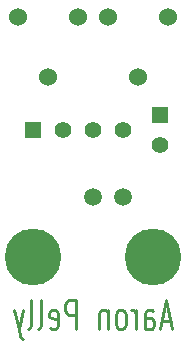
<source format=gbs>
G04 (created by PCBNEW (2013-jul-07)-stable) date Mon 27 Jan 2014 06:07:48 NZDT*
%MOIN*%
G04 Gerber Fmt 3.4, Leading zero omitted, Abs format*
%FSLAX34Y34*%
G01*
G70*
G90*
G04 APERTURE LIST*
%ADD10C,0.00590551*%
%ADD11C,0.00984252*%
%ADD12C,0.188976*%
%ADD13C,0.0590551*%
%ADD14C,0.06*%
%ADD15R,0.055X0.055*%
%ADD16C,0.055*%
G04 APERTURE END LIST*
G54D10*
G54D11*
X27594Y-16617D02*
X27294Y-16617D01*
X27654Y-16898D02*
X27444Y-15914D01*
X27234Y-16898D01*
X26754Y-16898D02*
X26754Y-16382D01*
X26784Y-16289D01*
X26844Y-16242D01*
X26964Y-16242D01*
X27024Y-16289D01*
X26754Y-16851D02*
X26814Y-16898D01*
X26964Y-16898D01*
X27024Y-16851D01*
X27054Y-16757D01*
X27054Y-16664D01*
X27024Y-16570D01*
X26964Y-16523D01*
X26814Y-16523D01*
X26754Y-16476D01*
X26454Y-16898D02*
X26454Y-16242D01*
X26454Y-16429D02*
X26424Y-16335D01*
X26394Y-16289D01*
X26334Y-16242D01*
X26274Y-16242D01*
X25974Y-16898D02*
X26034Y-16851D01*
X26064Y-16804D01*
X26094Y-16710D01*
X26094Y-16429D01*
X26064Y-16335D01*
X26034Y-16289D01*
X25974Y-16242D01*
X25884Y-16242D01*
X25824Y-16289D01*
X25794Y-16335D01*
X25764Y-16429D01*
X25764Y-16710D01*
X25794Y-16804D01*
X25824Y-16851D01*
X25884Y-16898D01*
X25974Y-16898D01*
X25494Y-16242D02*
X25494Y-16898D01*
X25494Y-16335D02*
X25464Y-16289D01*
X25404Y-16242D01*
X25314Y-16242D01*
X25254Y-16289D01*
X25224Y-16382D01*
X25224Y-16898D01*
X24445Y-16898D02*
X24445Y-15914D01*
X24205Y-15914D01*
X24145Y-15961D01*
X24115Y-16007D01*
X24085Y-16101D01*
X24085Y-16242D01*
X24115Y-16335D01*
X24145Y-16382D01*
X24205Y-16429D01*
X24445Y-16429D01*
X23575Y-16851D02*
X23635Y-16898D01*
X23755Y-16898D01*
X23815Y-16851D01*
X23845Y-16757D01*
X23845Y-16382D01*
X23815Y-16289D01*
X23755Y-16242D01*
X23635Y-16242D01*
X23575Y-16289D01*
X23545Y-16382D01*
X23545Y-16476D01*
X23845Y-16570D01*
X23185Y-16898D02*
X23245Y-16851D01*
X23275Y-16757D01*
X23275Y-15914D01*
X22855Y-16898D02*
X22915Y-16851D01*
X22945Y-16757D01*
X22945Y-15914D01*
X22675Y-16242D02*
X22525Y-16898D01*
X22375Y-16242D02*
X22525Y-16898D01*
X22585Y-17132D01*
X22615Y-17179D01*
X22675Y-17226D01*
G54D12*
X23000Y-14500D03*
X27000Y-14500D03*
G54D13*
X25000Y-12500D03*
X26000Y-12500D03*
G54D14*
X26500Y-8500D03*
X27500Y-6500D03*
X25500Y-6500D03*
X23500Y-8500D03*
X24500Y-6500D03*
X22500Y-6500D03*
G54D15*
X23000Y-10250D03*
G54D16*
X24000Y-10250D03*
X25000Y-10250D03*
X26000Y-10250D03*
G54D15*
X27250Y-9750D03*
G54D16*
X27250Y-10750D03*
M02*

</source>
